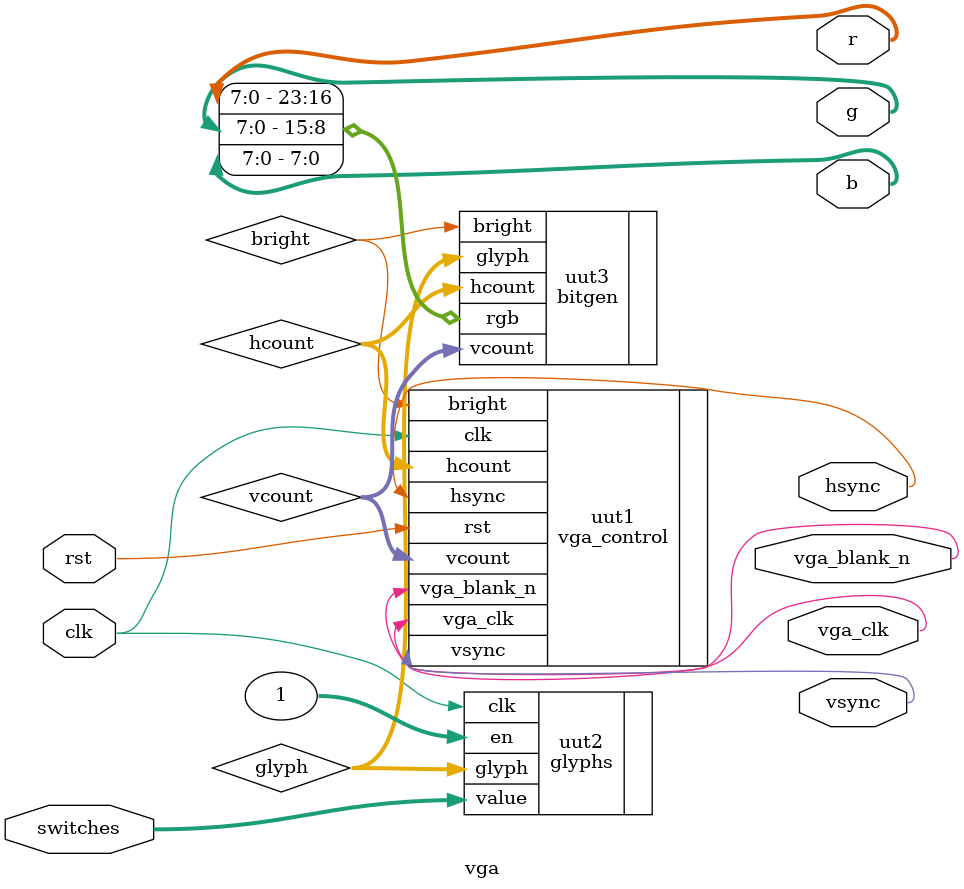
<source format=v>
module vga (clk, rst, hsync, vsync, vga_blank_n, vga_clk, switches, r, g, b);
	input		     clk, rst;
	input	 [3:0]  switches;
	output		  hsync, vsync, vga_blank_n, vga_clk;
	output [7:0]  r, g, b;
	
	wire	 [9:0]  hcount, vcount;
	wire   [2:0]  lout, rout;
	wire 			  bright;
	wire	 [63:0] glyph;
	
	vga_control uut1 (
		.clk(clk), .rst(rst), .hsync(hsync), .vsync(vsync),
		.vga_blank_n(vga_blank_n), .vga_clk(vga_clk), .bright(bright),
		.hcount(hcount), .vcount(vcount)
	);

	glyphs uut2 (
		.clk(clk), .en(1), .value(switches), .glyph(glyph)
	);
	
	bitgen uut3 (
		.bright(bright), .hcount(hcount), .vcount(vcount), .glyph(glyph), .rgb({r,g,b})
	);
	
	
endmodule

</source>
